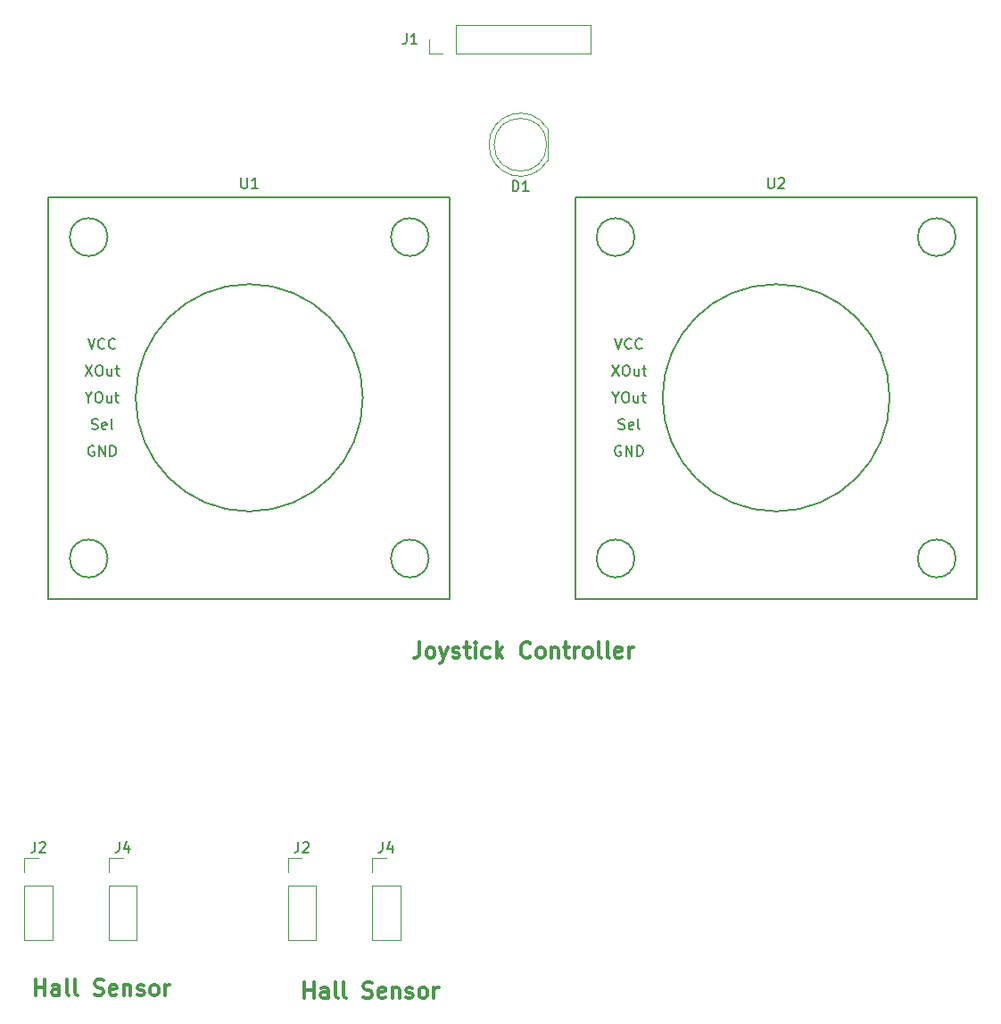
<source format=gto>
G04 #@! TF.GenerationSoftware,KiCad,Pcbnew,(5.0.2)-1*
G04 #@! TF.CreationDate,2021-07-21T13:37:46-04:00*
G04 #@! TF.ProjectId,breakout,62726561-6b6f-4757-942e-6b696361645f,rev?*
G04 #@! TF.SameCoordinates,Original*
G04 #@! TF.FileFunction,Legend,Top*
G04 #@! TF.FilePolarity,Positive*
%FSLAX46Y46*%
G04 Gerber Fmt 4.6, Leading zero omitted, Abs format (unit mm)*
G04 Created by KiCad (PCBNEW (5.0.2)-1) date 21-Jul-21 1:37:46 PM*
%MOMM*%
%LPD*%
G01*
G04 APERTURE LIST*
%ADD10C,0.300000*%
%ADD11C,0.120000*%
%ADD12C,0.150000*%
%ADD13C,3.302000*%
%ADD14O,1.802000X1.802000*%
%ADD15R,1.802000X1.802000*%
%ADD16R,1.902000X1.902000*%
%ADD17C,1.902000*%
%ADD18C,1.626000*%
G04 APERTURE END LIST*
D10*
X125250000Y-131928571D02*
X125250000Y-130428571D01*
X125250000Y-131142857D02*
X126107142Y-131142857D01*
X126107142Y-131928571D02*
X126107142Y-130428571D01*
X127464285Y-131928571D02*
X127464285Y-131142857D01*
X127392857Y-131000000D01*
X127250000Y-130928571D01*
X126964285Y-130928571D01*
X126821428Y-131000000D01*
X127464285Y-131857142D02*
X127321428Y-131928571D01*
X126964285Y-131928571D01*
X126821428Y-131857142D01*
X126750000Y-131714285D01*
X126750000Y-131571428D01*
X126821428Y-131428571D01*
X126964285Y-131357142D01*
X127321428Y-131357142D01*
X127464285Y-131285714D01*
X128392857Y-131928571D02*
X128250000Y-131857142D01*
X128178571Y-131714285D01*
X128178571Y-130428571D01*
X129178571Y-131928571D02*
X129035714Y-131857142D01*
X128964285Y-131714285D01*
X128964285Y-130428571D01*
X130821428Y-131857142D02*
X131035714Y-131928571D01*
X131392857Y-131928571D01*
X131535714Y-131857142D01*
X131607142Y-131785714D01*
X131678571Y-131642857D01*
X131678571Y-131500000D01*
X131607142Y-131357142D01*
X131535714Y-131285714D01*
X131392857Y-131214285D01*
X131107142Y-131142857D01*
X130964285Y-131071428D01*
X130892857Y-131000000D01*
X130821428Y-130857142D01*
X130821428Y-130714285D01*
X130892857Y-130571428D01*
X130964285Y-130500000D01*
X131107142Y-130428571D01*
X131464285Y-130428571D01*
X131678571Y-130500000D01*
X132892857Y-131857142D02*
X132750000Y-131928571D01*
X132464285Y-131928571D01*
X132321428Y-131857142D01*
X132250000Y-131714285D01*
X132250000Y-131142857D01*
X132321428Y-131000000D01*
X132464285Y-130928571D01*
X132750000Y-130928571D01*
X132892857Y-131000000D01*
X132964285Y-131142857D01*
X132964285Y-131285714D01*
X132250000Y-131428571D01*
X133607142Y-130928571D02*
X133607142Y-131928571D01*
X133607142Y-131071428D02*
X133678571Y-131000000D01*
X133821428Y-130928571D01*
X134035714Y-130928571D01*
X134178571Y-131000000D01*
X134250000Y-131142857D01*
X134250000Y-131928571D01*
X134892857Y-131857142D02*
X135035714Y-131928571D01*
X135321428Y-131928571D01*
X135464285Y-131857142D01*
X135535714Y-131714285D01*
X135535714Y-131642857D01*
X135464285Y-131500000D01*
X135321428Y-131428571D01*
X135107142Y-131428571D01*
X134964285Y-131357142D01*
X134892857Y-131214285D01*
X134892857Y-131142857D01*
X134964285Y-131000000D01*
X135107142Y-130928571D01*
X135321428Y-130928571D01*
X135464285Y-131000000D01*
X136392857Y-131928571D02*
X136250000Y-131857142D01*
X136178571Y-131785714D01*
X136107142Y-131642857D01*
X136107142Y-131214285D01*
X136178571Y-131071428D01*
X136250000Y-131000000D01*
X136392857Y-130928571D01*
X136607142Y-130928571D01*
X136750000Y-131000000D01*
X136821428Y-131071428D01*
X136892857Y-131214285D01*
X136892857Y-131642857D01*
X136821428Y-131785714D01*
X136750000Y-131857142D01*
X136607142Y-131928571D01*
X136392857Y-131928571D01*
X137535714Y-131928571D02*
X137535714Y-130928571D01*
X137535714Y-131214285D02*
X137607142Y-131071428D01*
X137678571Y-131000000D01*
X137821428Y-130928571D01*
X137964285Y-130928571D01*
X136178571Y-98178571D02*
X136178571Y-99250000D01*
X136107142Y-99464285D01*
X135964285Y-99607142D01*
X135750000Y-99678571D01*
X135607142Y-99678571D01*
X137107142Y-99678571D02*
X136964285Y-99607142D01*
X136892857Y-99535714D01*
X136821428Y-99392857D01*
X136821428Y-98964285D01*
X136892857Y-98821428D01*
X136964285Y-98750000D01*
X137107142Y-98678571D01*
X137321428Y-98678571D01*
X137464285Y-98750000D01*
X137535714Y-98821428D01*
X137607142Y-98964285D01*
X137607142Y-99392857D01*
X137535714Y-99535714D01*
X137464285Y-99607142D01*
X137321428Y-99678571D01*
X137107142Y-99678571D01*
X138107142Y-98678571D02*
X138464285Y-99678571D01*
X138821428Y-98678571D02*
X138464285Y-99678571D01*
X138321428Y-100035714D01*
X138250000Y-100107142D01*
X138107142Y-100178571D01*
X139321428Y-99607142D02*
X139464285Y-99678571D01*
X139750000Y-99678571D01*
X139892857Y-99607142D01*
X139964285Y-99464285D01*
X139964285Y-99392857D01*
X139892857Y-99250000D01*
X139750000Y-99178571D01*
X139535714Y-99178571D01*
X139392857Y-99107142D01*
X139321428Y-98964285D01*
X139321428Y-98892857D01*
X139392857Y-98750000D01*
X139535714Y-98678571D01*
X139750000Y-98678571D01*
X139892857Y-98750000D01*
X140392857Y-98678571D02*
X140964285Y-98678571D01*
X140607142Y-98178571D02*
X140607142Y-99464285D01*
X140678571Y-99607142D01*
X140821428Y-99678571D01*
X140964285Y-99678571D01*
X141464285Y-99678571D02*
X141464285Y-98678571D01*
X141464285Y-98178571D02*
X141392857Y-98250000D01*
X141464285Y-98321428D01*
X141535714Y-98250000D01*
X141464285Y-98178571D01*
X141464285Y-98321428D01*
X142821428Y-99607142D02*
X142678571Y-99678571D01*
X142392857Y-99678571D01*
X142250000Y-99607142D01*
X142178571Y-99535714D01*
X142107142Y-99392857D01*
X142107142Y-98964285D01*
X142178571Y-98821428D01*
X142250000Y-98750000D01*
X142392857Y-98678571D01*
X142678571Y-98678571D01*
X142821428Y-98750000D01*
X143464285Y-99678571D02*
X143464285Y-98178571D01*
X143607142Y-99107142D02*
X144035714Y-99678571D01*
X144035714Y-98678571D02*
X143464285Y-99250000D01*
X146678571Y-99535714D02*
X146607142Y-99607142D01*
X146392857Y-99678571D01*
X146250000Y-99678571D01*
X146035714Y-99607142D01*
X145892857Y-99464285D01*
X145821428Y-99321428D01*
X145750000Y-99035714D01*
X145750000Y-98821428D01*
X145821428Y-98535714D01*
X145892857Y-98392857D01*
X146035714Y-98250000D01*
X146250000Y-98178571D01*
X146392857Y-98178571D01*
X146607142Y-98250000D01*
X146678571Y-98321428D01*
X147535714Y-99678571D02*
X147392857Y-99607142D01*
X147321428Y-99535714D01*
X147250000Y-99392857D01*
X147250000Y-98964285D01*
X147321428Y-98821428D01*
X147392857Y-98750000D01*
X147535714Y-98678571D01*
X147750000Y-98678571D01*
X147892857Y-98750000D01*
X147964285Y-98821428D01*
X148035714Y-98964285D01*
X148035714Y-99392857D01*
X147964285Y-99535714D01*
X147892857Y-99607142D01*
X147750000Y-99678571D01*
X147535714Y-99678571D01*
X148678571Y-98678571D02*
X148678571Y-99678571D01*
X148678571Y-98821428D02*
X148750000Y-98750000D01*
X148892857Y-98678571D01*
X149107142Y-98678571D01*
X149250000Y-98750000D01*
X149321428Y-98892857D01*
X149321428Y-99678571D01*
X149821428Y-98678571D02*
X150392857Y-98678571D01*
X150035714Y-98178571D02*
X150035714Y-99464285D01*
X150107142Y-99607142D01*
X150250000Y-99678571D01*
X150392857Y-99678571D01*
X150892857Y-99678571D02*
X150892857Y-98678571D01*
X150892857Y-98964285D02*
X150964285Y-98821428D01*
X151035714Y-98750000D01*
X151178571Y-98678571D01*
X151321428Y-98678571D01*
X152035714Y-99678571D02*
X151892857Y-99607142D01*
X151821428Y-99535714D01*
X151750000Y-99392857D01*
X151750000Y-98964285D01*
X151821428Y-98821428D01*
X151892857Y-98750000D01*
X152035714Y-98678571D01*
X152250000Y-98678571D01*
X152392857Y-98750000D01*
X152464285Y-98821428D01*
X152535714Y-98964285D01*
X152535714Y-99392857D01*
X152464285Y-99535714D01*
X152392857Y-99607142D01*
X152250000Y-99678571D01*
X152035714Y-99678571D01*
X153392857Y-99678571D02*
X153250000Y-99607142D01*
X153178571Y-99464285D01*
X153178571Y-98178571D01*
X154178571Y-99678571D02*
X154035714Y-99607142D01*
X153964285Y-99464285D01*
X153964285Y-98178571D01*
X155321428Y-99607142D02*
X155178571Y-99678571D01*
X154892857Y-99678571D01*
X154750000Y-99607142D01*
X154678571Y-99464285D01*
X154678571Y-98892857D01*
X154750000Y-98750000D01*
X154892857Y-98678571D01*
X155178571Y-98678571D01*
X155321428Y-98750000D01*
X155392857Y-98892857D01*
X155392857Y-99035714D01*
X154678571Y-99178571D01*
X156035714Y-99678571D02*
X156035714Y-98678571D01*
X156035714Y-98964285D02*
X156107142Y-98821428D01*
X156178571Y-98750000D01*
X156321428Y-98678571D01*
X156464285Y-98678571D01*
X99750000Y-131678571D02*
X99750000Y-130178571D01*
X99750000Y-130892857D02*
X100607142Y-130892857D01*
X100607142Y-131678571D02*
X100607142Y-130178571D01*
X101964285Y-131678571D02*
X101964285Y-130892857D01*
X101892857Y-130750000D01*
X101750000Y-130678571D01*
X101464285Y-130678571D01*
X101321428Y-130750000D01*
X101964285Y-131607142D02*
X101821428Y-131678571D01*
X101464285Y-131678571D01*
X101321428Y-131607142D01*
X101250000Y-131464285D01*
X101250000Y-131321428D01*
X101321428Y-131178571D01*
X101464285Y-131107142D01*
X101821428Y-131107142D01*
X101964285Y-131035714D01*
X102892857Y-131678571D02*
X102750000Y-131607142D01*
X102678571Y-131464285D01*
X102678571Y-130178571D01*
X103678571Y-131678571D02*
X103535714Y-131607142D01*
X103464285Y-131464285D01*
X103464285Y-130178571D01*
X105321428Y-131607142D02*
X105535714Y-131678571D01*
X105892857Y-131678571D01*
X106035714Y-131607142D01*
X106107142Y-131535714D01*
X106178571Y-131392857D01*
X106178571Y-131250000D01*
X106107142Y-131107142D01*
X106035714Y-131035714D01*
X105892857Y-130964285D01*
X105607142Y-130892857D01*
X105464285Y-130821428D01*
X105392857Y-130750000D01*
X105321428Y-130607142D01*
X105321428Y-130464285D01*
X105392857Y-130321428D01*
X105464285Y-130250000D01*
X105607142Y-130178571D01*
X105964285Y-130178571D01*
X106178571Y-130250000D01*
X107392857Y-131607142D02*
X107250000Y-131678571D01*
X106964285Y-131678571D01*
X106821428Y-131607142D01*
X106750000Y-131464285D01*
X106750000Y-130892857D01*
X106821428Y-130750000D01*
X106964285Y-130678571D01*
X107250000Y-130678571D01*
X107392857Y-130750000D01*
X107464285Y-130892857D01*
X107464285Y-131035714D01*
X106750000Y-131178571D01*
X108107142Y-130678571D02*
X108107142Y-131678571D01*
X108107142Y-130821428D02*
X108178571Y-130750000D01*
X108321428Y-130678571D01*
X108535714Y-130678571D01*
X108678571Y-130750000D01*
X108750000Y-130892857D01*
X108750000Y-131678571D01*
X109392857Y-131607142D02*
X109535714Y-131678571D01*
X109821428Y-131678571D01*
X109964285Y-131607142D01*
X110035714Y-131464285D01*
X110035714Y-131392857D01*
X109964285Y-131250000D01*
X109821428Y-131178571D01*
X109607142Y-131178571D01*
X109464285Y-131107142D01*
X109392857Y-130964285D01*
X109392857Y-130892857D01*
X109464285Y-130750000D01*
X109607142Y-130678571D01*
X109821428Y-130678571D01*
X109964285Y-130750000D01*
X110892857Y-131678571D02*
X110750000Y-131607142D01*
X110678571Y-131535714D01*
X110607142Y-131392857D01*
X110607142Y-130964285D01*
X110678571Y-130821428D01*
X110750000Y-130750000D01*
X110892857Y-130678571D01*
X111107142Y-130678571D01*
X111250000Y-130750000D01*
X111321428Y-130821428D01*
X111392857Y-130964285D01*
X111392857Y-131392857D01*
X111321428Y-131535714D01*
X111250000Y-131607142D01*
X111107142Y-131678571D01*
X110892857Y-131678571D01*
X112035714Y-131678571D02*
X112035714Y-130678571D01*
X112035714Y-130964285D02*
X112107142Y-130821428D01*
X112178571Y-130750000D01*
X112321428Y-130678571D01*
X112464285Y-130678571D01*
D11*
G04 #@! TO.C,J2*
X123670000Y-118670000D02*
X125000000Y-118670000D01*
X123670000Y-120000000D02*
X123670000Y-118670000D01*
X123670000Y-121270000D02*
X126330000Y-121270000D01*
X126330000Y-121270000D02*
X126330000Y-126410000D01*
X123670000Y-121270000D02*
X123670000Y-126410000D01*
X123670000Y-126410000D02*
X126330000Y-126410000D01*
G04 #@! TO.C,J4*
X131670000Y-118670000D02*
X133000000Y-118670000D01*
X131670000Y-120000000D02*
X131670000Y-118670000D01*
X131670000Y-121270000D02*
X134330000Y-121270000D01*
X134330000Y-121270000D02*
X134330000Y-126410000D01*
X131670000Y-121270000D02*
X131670000Y-126410000D01*
X131670000Y-126410000D02*
X134330000Y-126410000D01*
X106670000Y-126410000D02*
X109330000Y-126410000D01*
X106670000Y-121270000D02*
X106670000Y-126410000D01*
X109330000Y-121270000D02*
X109330000Y-126410000D01*
X106670000Y-121270000D02*
X109330000Y-121270000D01*
X106670000Y-120000000D02*
X106670000Y-118670000D01*
X106670000Y-118670000D02*
X108000000Y-118670000D01*
G04 #@! TO.C,J2*
X98670000Y-126410000D02*
X101330000Y-126410000D01*
X98670000Y-121270000D02*
X98670000Y-126410000D01*
X101330000Y-121270000D02*
X101330000Y-126410000D01*
X98670000Y-121270000D02*
X101330000Y-121270000D01*
X98670000Y-120000000D02*
X98670000Y-118670000D01*
X98670000Y-118670000D02*
X100000000Y-118670000D01*
G04 #@! TO.C,J1*
X152410000Y-42330000D02*
X152410000Y-39670000D01*
X139650000Y-42330000D02*
X152410000Y-42330000D01*
X139650000Y-39670000D02*
X152410000Y-39670000D01*
X139650000Y-42330000D02*
X139650000Y-39670000D01*
X138380000Y-42330000D02*
X137050000Y-42330000D01*
X137050000Y-42330000D02*
X137050000Y-41000000D01*
G04 #@! TO.C,D1*
X142740000Y-50999538D02*
G75*
G03X148290000Y-52544830I2990000J-462D01*
G01*
X142740000Y-51000462D02*
G75*
G02X148290000Y-49455170I2990000J462D01*
G01*
X148230000Y-51000000D02*
G75*
G03X148230000Y-51000000I-2500000J0D01*
G01*
X148290000Y-52545000D02*
X148290000Y-49455000D01*
D12*
G04 #@! TO.C,U2*
X150950000Y-55950000D02*
X189050000Y-55950000D01*
X189050000Y-94050000D02*
X150950000Y-94050000D01*
X150950000Y-94050000D02*
X150950000Y-55950000D01*
X189050000Y-55950000D02*
X189050000Y-94050000D01*
X180776307Y-75000000D02*
G75*
G03X180776307Y-75000000I-10776307J0D01*
G01*
X156556051Y-59760000D02*
G75*
G03X156556051Y-59760000I-1796051J0D01*
G01*
X156556051Y-90240000D02*
G75*
G03X156556051Y-90240000I-1796051J0D01*
G01*
X187036051Y-59760000D02*
G75*
G03X187036051Y-59760000I-1796051J0D01*
G01*
X187036051Y-90240000D02*
G75*
G03X187036051Y-90240000I-1796051J0D01*
G01*
G04 #@! TO.C,U1*
X137036051Y-90240000D02*
G75*
G03X137036051Y-90240000I-1796051J0D01*
G01*
X137036051Y-59760000D02*
G75*
G03X137036051Y-59760000I-1796051J0D01*
G01*
X106556051Y-90240000D02*
G75*
G03X106556051Y-90240000I-1796051J0D01*
G01*
X106556051Y-59760000D02*
G75*
G03X106556051Y-59760000I-1796051J0D01*
G01*
X130776307Y-75000000D02*
G75*
G03X130776307Y-75000000I-10776307J0D01*
G01*
X139050000Y-55950000D02*
X139050000Y-94050000D01*
X100950000Y-94050000D02*
X100950000Y-55950000D01*
X139050000Y-94050000D02*
X100950000Y-94050000D01*
X100950000Y-55950000D02*
X139050000Y-55950000D01*
G04 #@! TO.C,*
G04 #@! TO.C,J2*
X124666666Y-117122380D02*
X124666666Y-117836666D01*
X124619047Y-117979523D01*
X124523809Y-118074761D01*
X124380952Y-118122380D01*
X124285714Y-118122380D01*
X125095238Y-117217619D02*
X125142857Y-117170000D01*
X125238095Y-117122380D01*
X125476190Y-117122380D01*
X125571428Y-117170000D01*
X125619047Y-117217619D01*
X125666666Y-117312857D01*
X125666666Y-117408095D01*
X125619047Y-117550952D01*
X125047619Y-118122380D01*
X125666666Y-118122380D01*
G04 #@! TO.C,J4*
X132666666Y-117122380D02*
X132666666Y-117836666D01*
X132619047Y-117979523D01*
X132523809Y-118074761D01*
X132380952Y-118122380D01*
X132285714Y-118122380D01*
X133571428Y-117455714D02*
X133571428Y-118122380D01*
X133333333Y-117074761D02*
X133095238Y-117789047D01*
X133714285Y-117789047D01*
G04 #@! TO.C,*
G04 #@! TO.C,J4*
X107666666Y-117122380D02*
X107666666Y-117836666D01*
X107619047Y-117979523D01*
X107523809Y-118074761D01*
X107380952Y-118122380D01*
X107285714Y-118122380D01*
X108571428Y-117455714D02*
X108571428Y-118122380D01*
X108333333Y-117074761D02*
X108095238Y-117789047D01*
X108714285Y-117789047D01*
G04 #@! TO.C,J2*
X99666666Y-117122380D02*
X99666666Y-117836666D01*
X99619047Y-117979523D01*
X99523809Y-118074761D01*
X99380952Y-118122380D01*
X99285714Y-118122380D01*
X100095238Y-117217619D02*
X100142857Y-117170000D01*
X100238095Y-117122380D01*
X100476190Y-117122380D01*
X100571428Y-117170000D01*
X100619047Y-117217619D01*
X100666666Y-117312857D01*
X100666666Y-117408095D01*
X100619047Y-117550952D01*
X100047619Y-118122380D01*
X100666666Y-118122380D01*
G04 #@! TO.C,J1*
X134916666Y-40452380D02*
X134916666Y-41166666D01*
X134869047Y-41309523D01*
X134773809Y-41404761D01*
X134630952Y-41452380D01*
X134535714Y-41452380D01*
X135916666Y-41452380D02*
X135345238Y-41452380D01*
X135630952Y-41452380D02*
X135630952Y-40452380D01*
X135535714Y-40595238D01*
X135440476Y-40690476D01*
X135345238Y-40738095D01*
G04 #@! TO.C,D1*
X144991904Y-55412380D02*
X144991904Y-54412380D01*
X145230000Y-54412380D01*
X145372857Y-54460000D01*
X145468095Y-54555238D01*
X145515714Y-54650476D01*
X145563333Y-54840952D01*
X145563333Y-54983809D01*
X145515714Y-55174285D01*
X145468095Y-55269523D01*
X145372857Y-55364761D01*
X145230000Y-55412380D01*
X144991904Y-55412380D01*
X146515714Y-55412380D02*
X145944285Y-55412380D01*
X146230000Y-55412380D02*
X146230000Y-54412380D01*
X146134761Y-54555238D01*
X146039523Y-54650476D01*
X145944285Y-54698095D01*
G04 #@! TO.C,U2*
X169238095Y-54132380D02*
X169238095Y-54941904D01*
X169285714Y-55037142D01*
X169333333Y-55084761D01*
X169428571Y-55132380D01*
X169619047Y-55132380D01*
X169714285Y-55084761D01*
X169761904Y-55037142D01*
X169809523Y-54941904D01*
X169809523Y-54132380D01*
X170238095Y-54227619D02*
X170285714Y-54180000D01*
X170380952Y-54132380D01*
X170619047Y-54132380D01*
X170714285Y-54180000D01*
X170761904Y-54227619D01*
X170809523Y-54322857D01*
X170809523Y-54418095D01*
X170761904Y-54560952D01*
X170190476Y-55132380D01*
X170809523Y-55132380D01*
X155268095Y-79580000D02*
X155172857Y-79532380D01*
X155030000Y-79532380D01*
X154887142Y-79580000D01*
X154791904Y-79675238D01*
X154744285Y-79770476D01*
X154696666Y-79960952D01*
X154696666Y-80103809D01*
X154744285Y-80294285D01*
X154791904Y-80389523D01*
X154887142Y-80484761D01*
X155030000Y-80532380D01*
X155125238Y-80532380D01*
X155268095Y-80484761D01*
X155315714Y-80437142D01*
X155315714Y-80103809D01*
X155125238Y-80103809D01*
X155744285Y-80532380D02*
X155744285Y-79532380D01*
X156315714Y-80532380D01*
X156315714Y-79532380D01*
X156791904Y-80532380D02*
X156791904Y-79532380D01*
X157030000Y-79532380D01*
X157172857Y-79580000D01*
X157268095Y-79675238D01*
X157315714Y-79770476D01*
X157363333Y-79960952D01*
X157363333Y-80103809D01*
X157315714Y-80294285D01*
X157268095Y-80389523D01*
X157172857Y-80484761D01*
X157030000Y-80532380D01*
X156791904Y-80532380D01*
X155053809Y-77944761D02*
X155196666Y-77992380D01*
X155434761Y-77992380D01*
X155530000Y-77944761D01*
X155577619Y-77897142D01*
X155625238Y-77801904D01*
X155625238Y-77706666D01*
X155577619Y-77611428D01*
X155530000Y-77563809D01*
X155434761Y-77516190D01*
X155244285Y-77468571D01*
X155149047Y-77420952D01*
X155101428Y-77373333D01*
X155053809Y-77278095D01*
X155053809Y-77182857D01*
X155101428Y-77087619D01*
X155149047Y-77040000D01*
X155244285Y-76992380D01*
X155482380Y-76992380D01*
X155625238Y-77040000D01*
X156434761Y-77944761D02*
X156339523Y-77992380D01*
X156149047Y-77992380D01*
X156053809Y-77944761D01*
X156006190Y-77849523D01*
X156006190Y-77468571D01*
X156053809Y-77373333D01*
X156149047Y-77325714D01*
X156339523Y-77325714D01*
X156434761Y-77373333D01*
X156482380Y-77468571D01*
X156482380Y-77563809D01*
X156006190Y-77659047D01*
X157053809Y-77992380D02*
X156958571Y-77944761D01*
X156910952Y-77849523D01*
X156910952Y-76992380D01*
X154768095Y-74976190D02*
X154768095Y-75452380D01*
X154434761Y-74452380D02*
X154768095Y-74976190D01*
X155101428Y-74452380D01*
X155625238Y-74452380D02*
X155815714Y-74452380D01*
X155910952Y-74500000D01*
X156006190Y-74595238D01*
X156053809Y-74785714D01*
X156053809Y-75119047D01*
X156006190Y-75309523D01*
X155910952Y-75404761D01*
X155815714Y-75452380D01*
X155625238Y-75452380D01*
X155530000Y-75404761D01*
X155434761Y-75309523D01*
X155387142Y-75119047D01*
X155387142Y-74785714D01*
X155434761Y-74595238D01*
X155530000Y-74500000D01*
X155625238Y-74452380D01*
X156910952Y-74785714D02*
X156910952Y-75452380D01*
X156482380Y-74785714D02*
X156482380Y-75309523D01*
X156530000Y-75404761D01*
X156625238Y-75452380D01*
X156768095Y-75452380D01*
X156863333Y-75404761D01*
X156910952Y-75357142D01*
X157244285Y-74785714D02*
X157625238Y-74785714D01*
X157387142Y-74452380D02*
X157387142Y-75309523D01*
X157434761Y-75404761D01*
X157530000Y-75452380D01*
X157625238Y-75452380D01*
X154434761Y-71912380D02*
X155101428Y-72912380D01*
X155101428Y-71912380D02*
X154434761Y-72912380D01*
X155672857Y-71912380D02*
X155863333Y-71912380D01*
X155958571Y-71960000D01*
X156053809Y-72055238D01*
X156101428Y-72245714D01*
X156101428Y-72579047D01*
X156053809Y-72769523D01*
X155958571Y-72864761D01*
X155863333Y-72912380D01*
X155672857Y-72912380D01*
X155577619Y-72864761D01*
X155482380Y-72769523D01*
X155434761Y-72579047D01*
X155434761Y-72245714D01*
X155482380Y-72055238D01*
X155577619Y-71960000D01*
X155672857Y-71912380D01*
X156958571Y-72245714D02*
X156958571Y-72912380D01*
X156530000Y-72245714D02*
X156530000Y-72769523D01*
X156577619Y-72864761D01*
X156672857Y-72912380D01*
X156815714Y-72912380D01*
X156910952Y-72864761D01*
X156958571Y-72817142D01*
X157291904Y-72245714D02*
X157672857Y-72245714D01*
X157434761Y-71912380D02*
X157434761Y-72769523D01*
X157482380Y-72864761D01*
X157577619Y-72912380D01*
X157672857Y-72912380D01*
X154696666Y-69372380D02*
X155030000Y-70372380D01*
X155363333Y-69372380D01*
X156268095Y-70277142D02*
X156220476Y-70324761D01*
X156077619Y-70372380D01*
X155982380Y-70372380D01*
X155839523Y-70324761D01*
X155744285Y-70229523D01*
X155696666Y-70134285D01*
X155649047Y-69943809D01*
X155649047Y-69800952D01*
X155696666Y-69610476D01*
X155744285Y-69515238D01*
X155839523Y-69420000D01*
X155982380Y-69372380D01*
X156077619Y-69372380D01*
X156220476Y-69420000D01*
X156268095Y-69467619D01*
X157268095Y-70277142D02*
X157220476Y-70324761D01*
X157077619Y-70372380D01*
X156982380Y-70372380D01*
X156839523Y-70324761D01*
X156744285Y-70229523D01*
X156696666Y-70134285D01*
X156649047Y-69943809D01*
X156649047Y-69800952D01*
X156696666Y-69610476D01*
X156744285Y-69515238D01*
X156839523Y-69420000D01*
X156982380Y-69372380D01*
X157077619Y-69372380D01*
X157220476Y-69420000D01*
X157268095Y-69467619D01*
G04 #@! TO.C,U1*
X119238095Y-54132380D02*
X119238095Y-54941904D01*
X119285714Y-55037142D01*
X119333333Y-55084761D01*
X119428571Y-55132380D01*
X119619047Y-55132380D01*
X119714285Y-55084761D01*
X119761904Y-55037142D01*
X119809523Y-54941904D01*
X119809523Y-54132380D01*
X120809523Y-55132380D02*
X120238095Y-55132380D01*
X120523809Y-55132380D02*
X120523809Y-54132380D01*
X120428571Y-54275238D01*
X120333333Y-54370476D01*
X120238095Y-54418095D01*
X104696666Y-69372380D02*
X105030000Y-70372380D01*
X105363333Y-69372380D01*
X106268095Y-70277142D02*
X106220476Y-70324761D01*
X106077619Y-70372380D01*
X105982380Y-70372380D01*
X105839523Y-70324761D01*
X105744285Y-70229523D01*
X105696666Y-70134285D01*
X105649047Y-69943809D01*
X105649047Y-69800952D01*
X105696666Y-69610476D01*
X105744285Y-69515238D01*
X105839523Y-69420000D01*
X105982380Y-69372380D01*
X106077619Y-69372380D01*
X106220476Y-69420000D01*
X106268095Y-69467619D01*
X107268095Y-70277142D02*
X107220476Y-70324761D01*
X107077619Y-70372380D01*
X106982380Y-70372380D01*
X106839523Y-70324761D01*
X106744285Y-70229523D01*
X106696666Y-70134285D01*
X106649047Y-69943809D01*
X106649047Y-69800952D01*
X106696666Y-69610476D01*
X106744285Y-69515238D01*
X106839523Y-69420000D01*
X106982380Y-69372380D01*
X107077619Y-69372380D01*
X107220476Y-69420000D01*
X107268095Y-69467619D01*
X104434761Y-71912380D02*
X105101428Y-72912380D01*
X105101428Y-71912380D02*
X104434761Y-72912380D01*
X105672857Y-71912380D02*
X105863333Y-71912380D01*
X105958571Y-71960000D01*
X106053809Y-72055238D01*
X106101428Y-72245714D01*
X106101428Y-72579047D01*
X106053809Y-72769523D01*
X105958571Y-72864761D01*
X105863333Y-72912380D01*
X105672857Y-72912380D01*
X105577619Y-72864761D01*
X105482380Y-72769523D01*
X105434761Y-72579047D01*
X105434761Y-72245714D01*
X105482380Y-72055238D01*
X105577619Y-71960000D01*
X105672857Y-71912380D01*
X106958571Y-72245714D02*
X106958571Y-72912380D01*
X106530000Y-72245714D02*
X106530000Y-72769523D01*
X106577619Y-72864761D01*
X106672857Y-72912380D01*
X106815714Y-72912380D01*
X106910952Y-72864761D01*
X106958571Y-72817142D01*
X107291904Y-72245714D02*
X107672857Y-72245714D01*
X107434761Y-71912380D02*
X107434761Y-72769523D01*
X107482380Y-72864761D01*
X107577619Y-72912380D01*
X107672857Y-72912380D01*
X104768095Y-74976190D02*
X104768095Y-75452380D01*
X104434761Y-74452380D02*
X104768095Y-74976190D01*
X105101428Y-74452380D01*
X105625238Y-74452380D02*
X105815714Y-74452380D01*
X105910952Y-74500000D01*
X106006190Y-74595238D01*
X106053809Y-74785714D01*
X106053809Y-75119047D01*
X106006190Y-75309523D01*
X105910952Y-75404761D01*
X105815714Y-75452380D01*
X105625238Y-75452380D01*
X105530000Y-75404761D01*
X105434761Y-75309523D01*
X105387142Y-75119047D01*
X105387142Y-74785714D01*
X105434761Y-74595238D01*
X105530000Y-74500000D01*
X105625238Y-74452380D01*
X106910952Y-74785714D02*
X106910952Y-75452380D01*
X106482380Y-74785714D02*
X106482380Y-75309523D01*
X106530000Y-75404761D01*
X106625238Y-75452380D01*
X106768095Y-75452380D01*
X106863333Y-75404761D01*
X106910952Y-75357142D01*
X107244285Y-74785714D02*
X107625238Y-74785714D01*
X107387142Y-74452380D02*
X107387142Y-75309523D01*
X107434761Y-75404761D01*
X107530000Y-75452380D01*
X107625238Y-75452380D01*
X105053809Y-77944761D02*
X105196666Y-77992380D01*
X105434761Y-77992380D01*
X105530000Y-77944761D01*
X105577619Y-77897142D01*
X105625238Y-77801904D01*
X105625238Y-77706666D01*
X105577619Y-77611428D01*
X105530000Y-77563809D01*
X105434761Y-77516190D01*
X105244285Y-77468571D01*
X105149047Y-77420952D01*
X105101428Y-77373333D01*
X105053809Y-77278095D01*
X105053809Y-77182857D01*
X105101428Y-77087619D01*
X105149047Y-77040000D01*
X105244285Y-76992380D01*
X105482380Y-76992380D01*
X105625238Y-77040000D01*
X106434761Y-77944761D02*
X106339523Y-77992380D01*
X106149047Y-77992380D01*
X106053809Y-77944761D01*
X106006190Y-77849523D01*
X106006190Y-77468571D01*
X106053809Y-77373333D01*
X106149047Y-77325714D01*
X106339523Y-77325714D01*
X106434761Y-77373333D01*
X106482380Y-77468571D01*
X106482380Y-77563809D01*
X106006190Y-77659047D01*
X107053809Y-77992380D02*
X106958571Y-77944761D01*
X106910952Y-77849523D01*
X106910952Y-76992380D01*
X105268095Y-79580000D02*
X105172857Y-79532380D01*
X105030000Y-79532380D01*
X104887142Y-79580000D01*
X104791904Y-79675238D01*
X104744285Y-79770476D01*
X104696666Y-79960952D01*
X104696666Y-80103809D01*
X104744285Y-80294285D01*
X104791904Y-80389523D01*
X104887142Y-80484761D01*
X105030000Y-80532380D01*
X105125238Y-80532380D01*
X105268095Y-80484761D01*
X105315714Y-80437142D01*
X105315714Y-80103809D01*
X105125238Y-80103809D01*
X105744285Y-80532380D02*
X105744285Y-79532380D01*
X106315714Y-80532380D01*
X106315714Y-79532380D01*
X106791904Y-80532380D02*
X106791904Y-79532380D01*
X107030000Y-79532380D01*
X107172857Y-79580000D01*
X107268095Y-79675238D01*
X107315714Y-79770476D01*
X107363333Y-79960952D01*
X107363333Y-80103809D01*
X107315714Y-80294285D01*
X107268095Y-80389523D01*
X107172857Y-80484761D01*
X107030000Y-80532380D01*
X106791904Y-80532380D01*
G04 #@! TO.C,*
G04 #@! TD*
%LPC*%
D13*
G04 #@! TO.C,*
X133000000Y-110750000D03*
G04 #@! TD*
D14*
G04 #@! TO.C,J2*
X125000000Y-125080000D03*
X125000000Y-122540000D03*
D15*
X125000000Y-120000000D03*
G04 #@! TD*
D14*
G04 #@! TO.C,J4*
X133000000Y-125080000D03*
X133000000Y-122540000D03*
D15*
X133000000Y-120000000D03*
G04 #@! TD*
D13*
G04 #@! TO.C,*
X108000000Y-110750000D03*
G04 #@! TD*
G04 #@! TO.C,*
X100500000Y-99500000D03*
G04 #@! TD*
G04 #@! TO.C,*
X190000000Y-99500000D03*
G04 #@! TD*
G04 #@! TO.C,*
X190000000Y-40000000D03*
G04 #@! TD*
D15*
G04 #@! TO.C,J4*
X108000000Y-120000000D03*
D14*
X108000000Y-122540000D03*
X108000000Y-125080000D03*
G04 #@! TD*
D15*
G04 #@! TO.C,J2*
X100000000Y-120000000D03*
D14*
X100000000Y-122540000D03*
X100000000Y-125080000D03*
G04 #@! TD*
D15*
G04 #@! TO.C,J1*
X138380000Y-41000000D03*
D14*
X140920000Y-41000000D03*
X143460000Y-41000000D03*
X146000000Y-41000000D03*
X148540000Y-41000000D03*
X151080000Y-41000000D03*
G04 #@! TD*
D16*
G04 #@! TO.C,D1*
X147000000Y-51000000D03*
D17*
X144460000Y-51000000D03*
G04 #@! TD*
D18*
G04 #@! TO.C,U2*
X153490000Y-69920000D03*
X153490000Y-72460000D03*
X153490000Y-75000000D03*
X153490000Y-77540000D03*
X153490000Y-80080000D03*
G04 #@! TD*
G04 #@! TO.C,U1*
X103490000Y-80080000D03*
X103490000Y-77540000D03*
X103490000Y-75000000D03*
X103490000Y-72460000D03*
X103490000Y-69920000D03*
G04 #@! TD*
D13*
G04 #@! TO.C,*
X100000000Y-40000000D03*
G04 #@! TD*
M02*

</source>
